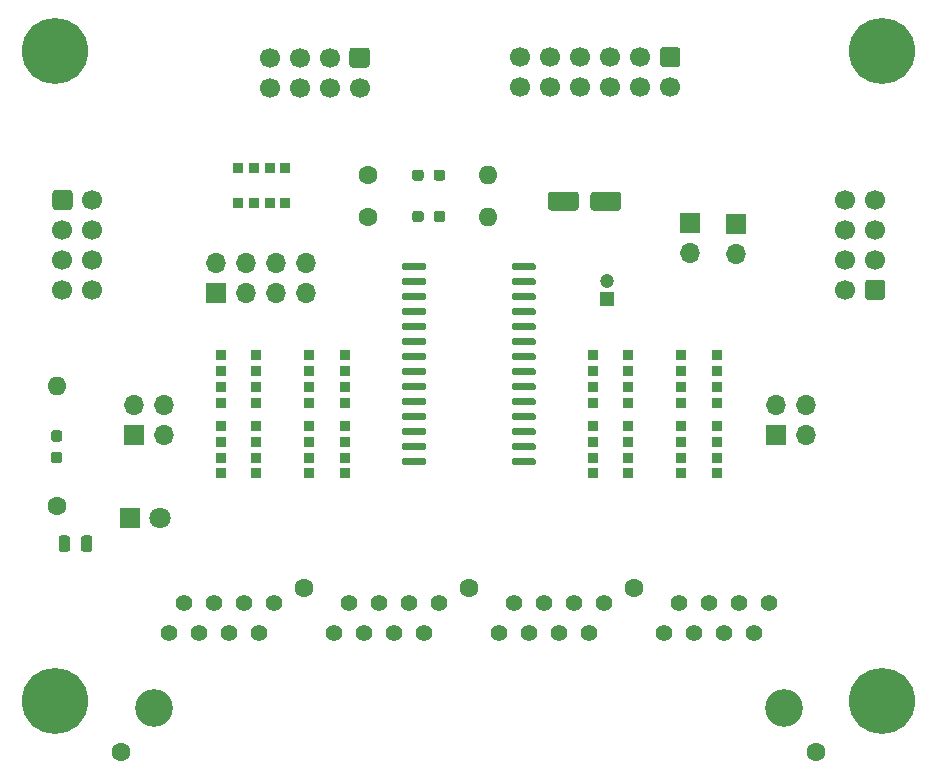
<source format=gbr>
%TF.GenerationSoftware,KiCad,Pcbnew,5.1.10*%
%TF.CreationDate,2021-11-19T19:09:23+01:00*%
%TF.ProjectId,SWITCH_INPUT_BOARD,53574954-4348-45f4-994e-5055545f424f,rev?*%
%TF.SameCoordinates,Original*%
%TF.FileFunction,Soldermask,Top*%
%TF.FilePolarity,Negative*%
%FSLAX46Y46*%
G04 Gerber Fmt 4.6, Leading zero omitted, Abs format (unit mm)*
G04 Created by KiCad (PCBNEW 5.1.10) date 2021-11-19 19:09:23*
%MOMM*%
%LPD*%
G01*
G04 APERTURE LIST*
%ADD10C,1.600200*%
%ADD11C,3.200400*%
%ADD12C,1.397000*%
%ADD13O,1.700000X1.700000*%
%ADD14R,1.700000X1.700000*%
%ADD15C,1.800000*%
%ADD16R,1.800000X1.800000*%
%ADD17R,1.200000X1.200000*%
%ADD18C,1.200000*%
%ADD19C,5.600000*%
%ADD20C,1.700000*%
%ADD21O,1.600000X1.600000*%
%ADD22C,1.600000*%
%ADD23R,0.900000X0.900000*%
G04 APERTURE END LIST*
D10*
%TO.C,J1*%
X162438600Y-124333000D03*
X103561400Y-124333000D03*
D11*
X159670000Y-120650000D03*
X106330000Y-120650000D03*
D10*
X146970000Y-110490000D03*
X133000000Y-110490000D03*
X119030000Y-110490000D03*
D12*
X158400000Y-111760000D03*
X157130000Y-114300000D03*
X155860000Y-111760000D03*
X154590000Y-114300000D03*
X153320000Y-111760000D03*
X152050000Y-114300000D03*
X150780000Y-111760000D03*
X149510000Y-114300000D03*
X144430000Y-111760000D03*
X143160000Y-114300000D03*
X141890000Y-111760000D03*
X140620000Y-114300000D03*
X139350000Y-111760000D03*
X138080000Y-114300000D03*
X136810000Y-111760000D03*
X135540000Y-114300000D03*
X130460000Y-111760000D03*
X129190000Y-114300000D03*
X127920000Y-111760000D03*
X126650000Y-114300000D03*
X125380000Y-111760000D03*
X124110000Y-114300000D03*
X122840000Y-111760000D03*
X121570000Y-114300000D03*
X116490000Y-111760000D03*
X115220000Y-114300000D03*
X113950000Y-111760000D03*
X112680000Y-114300000D03*
X111410000Y-111760000D03*
X110140000Y-114300000D03*
X108870000Y-111760000D03*
X107600000Y-114300000D03*
%TD*%
D13*
%TO.C,JP1*%
X119250000Y-82970000D03*
X119250000Y-85510000D03*
X116710000Y-82970000D03*
X116710000Y-85510000D03*
X114170000Y-82970000D03*
X114170000Y-85510000D03*
X111630000Y-82970000D03*
D14*
X111630000Y-85510000D03*
%TD*%
D13*
%TO.C,JP3*%
X161540000Y-94960000D03*
X161540000Y-97500000D03*
X159000000Y-94960000D03*
D14*
X159000000Y-97500000D03*
%TD*%
D13*
%TO.C,JP2*%
X107190000Y-94960000D03*
X107190000Y-97500000D03*
X104650000Y-94960000D03*
D14*
X104650000Y-97500000D03*
%TD*%
%TO.C,REF\u002A\u002A*%
G36*
G01*
X128200000Y-79237500D02*
X128200000Y-78762500D01*
G75*
G02*
X128437500Y-78525000I237500J0D01*
G01*
X128937500Y-78525000D01*
G75*
G02*
X129175000Y-78762500I0J-237500D01*
G01*
X129175000Y-79237500D01*
G75*
G02*
X128937500Y-79475000I-237500J0D01*
G01*
X128437500Y-79475000D01*
G75*
G02*
X128200000Y-79237500I0J237500D01*
G01*
G37*
G36*
G01*
X130025000Y-79237500D02*
X130025000Y-78762500D01*
G75*
G02*
X130262500Y-78525000I237500J0D01*
G01*
X130762500Y-78525000D01*
G75*
G02*
X131000000Y-78762500I0J-237500D01*
G01*
X131000000Y-79237500D01*
G75*
G02*
X130762500Y-79475000I-237500J0D01*
G01*
X130262500Y-79475000D01*
G75*
G02*
X130025000Y-79237500I0J237500D01*
G01*
G37*
%TD*%
%TO.C,REF\u002A\u002A*%
G36*
G01*
X128200000Y-75737500D02*
X128200000Y-75262500D01*
G75*
G02*
X128437500Y-75025000I237500J0D01*
G01*
X128937500Y-75025000D01*
G75*
G02*
X129175000Y-75262500I0J-237500D01*
G01*
X129175000Y-75737500D01*
G75*
G02*
X128937500Y-75975000I-237500J0D01*
G01*
X128437500Y-75975000D01*
G75*
G02*
X128200000Y-75737500I0J237500D01*
G01*
G37*
G36*
G01*
X130025000Y-75737500D02*
X130025000Y-75262500D01*
G75*
G02*
X130262500Y-75025000I237500J0D01*
G01*
X130762500Y-75025000D01*
G75*
G02*
X131000000Y-75262500I0J-237500D01*
G01*
X131000000Y-75737500D01*
G75*
G02*
X130762500Y-75975000I-237500J0D01*
G01*
X130262500Y-75975000D01*
G75*
G02*
X130025000Y-75737500I0J237500D01*
G01*
G37*
%TD*%
%TO.C,C1\u002A*%
G36*
G01*
X143300000Y-78250400D02*
X143300000Y-77149600D01*
G75*
G02*
X143549600Y-76900000I249600J0D01*
G01*
X145650400Y-76900000D01*
G75*
G02*
X145900000Y-77149600I0J-249600D01*
G01*
X145900000Y-78250400D01*
G75*
G02*
X145650400Y-78500000I-249600J0D01*
G01*
X143549600Y-78500000D01*
G75*
G02*
X143300000Y-78250400I0J249600D01*
G01*
G37*
G36*
G01*
X139700000Y-78250400D02*
X139700000Y-77149600D01*
G75*
G02*
X139949600Y-76900000I249600J0D01*
G01*
X142050400Y-76900000D01*
G75*
G02*
X142300000Y-77149600I0J-249600D01*
G01*
X142300000Y-78250400D01*
G75*
G02*
X142050400Y-78500000I-249600J0D01*
G01*
X139949600Y-78500000D01*
G75*
G02*
X139700000Y-78250400I0J249600D01*
G01*
G37*
%TD*%
D15*
%TO.C,D1\u002A*%
X106840000Y-104500000D03*
D16*
X104300000Y-104500000D03*
%TD*%
%TO.C,REF\u002A\u002A*%
G36*
G01*
X98337500Y-98075000D02*
X97862500Y-98075000D01*
G75*
G02*
X97625000Y-97837500I0J237500D01*
G01*
X97625000Y-97337500D01*
G75*
G02*
X97862500Y-97100000I237500J0D01*
G01*
X98337500Y-97100000D01*
G75*
G02*
X98575000Y-97337500I0J-237500D01*
G01*
X98575000Y-97837500D01*
G75*
G02*
X98337500Y-98075000I-237500J0D01*
G01*
G37*
G36*
G01*
X98337500Y-99900000D02*
X97862500Y-99900000D01*
G75*
G02*
X97625000Y-99662500I0J237500D01*
G01*
X97625000Y-99162500D01*
G75*
G02*
X97862500Y-98925000I237500J0D01*
G01*
X98337500Y-98925000D01*
G75*
G02*
X98575000Y-99162500I0J-237500D01*
G01*
X98575000Y-99662500D01*
G75*
G02*
X98337500Y-99900000I-237500J0D01*
G01*
G37*
%TD*%
%TO.C,D1*%
G36*
G01*
X100150000Y-107156250D02*
X100150000Y-106243750D01*
G75*
G02*
X100393750Y-106000000I243750J0D01*
G01*
X100881250Y-106000000D01*
G75*
G02*
X101125000Y-106243750I0J-243750D01*
G01*
X101125000Y-107156250D01*
G75*
G02*
X100881250Y-107400000I-243750J0D01*
G01*
X100393750Y-107400000D01*
G75*
G02*
X100150000Y-107156250I0J243750D01*
G01*
G37*
G36*
G01*
X98275000Y-107156250D02*
X98275000Y-106243750D01*
G75*
G02*
X98518750Y-106000000I243750J0D01*
G01*
X99006250Y-106000000D01*
G75*
G02*
X99250000Y-106243750I0J-243750D01*
G01*
X99250000Y-107156250D01*
G75*
G02*
X99006250Y-107400000I-243750J0D01*
G01*
X98518750Y-107400000D01*
G75*
G02*
X98275000Y-107156250I0J243750D01*
G01*
G37*
%TD*%
D17*
%TO.C,C1*%
X144700000Y-86000000D03*
D18*
X144700000Y-84500000D03*
%TD*%
D19*
%TO.C,REF\u002A\u002A*%
X168000000Y-65000000D03*
%TD*%
%TO.C,REF\u002A\u002A*%
X98000000Y-65000000D03*
%TD*%
%TO.C,REF\u002A\u002A*%
X98000000Y-120000000D03*
%TD*%
%TO.C,REF\u002A\u002A*%
X168000000Y-120000000D03*
%TD*%
D20*
%TO.C,J2*%
X116130000Y-68090000D03*
X118670000Y-68090000D03*
X121210000Y-68090000D03*
X123750000Y-68090000D03*
X116130000Y-65550000D03*
X118670000Y-65550000D03*
X121210000Y-65550000D03*
G36*
G01*
X123150000Y-64700000D02*
X124350000Y-64700000D01*
G75*
G02*
X124600000Y-64950000I0J-250000D01*
G01*
X124600000Y-66150000D01*
G75*
G02*
X124350000Y-66400000I-250000J0D01*
G01*
X123150000Y-66400000D01*
G75*
G02*
X122900000Y-66150000I0J250000D01*
G01*
X122900000Y-64950000D01*
G75*
G02*
X123150000Y-64700000I250000J0D01*
G01*
G37*
%TD*%
%TO.C,J3*%
G36*
G01*
X97750000Y-78200000D02*
X97750000Y-77000000D01*
G75*
G02*
X98000000Y-76750000I250000J0D01*
G01*
X99200000Y-76750000D01*
G75*
G02*
X99450000Y-77000000I0J-250000D01*
G01*
X99450000Y-78200000D01*
G75*
G02*
X99200000Y-78450000I-250000J0D01*
G01*
X98000000Y-78450000D01*
G75*
G02*
X97750000Y-78200000I0J250000D01*
G01*
G37*
X98600000Y-80140000D03*
X98600000Y-82680000D03*
X98600000Y-85220000D03*
X101140000Y-77600000D03*
X101140000Y-80140000D03*
X101140000Y-82680000D03*
X101140000Y-85220000D03*
%TD*%
%TO.C,J4*%
X164860000Y-77580000D03*
X164860000Y-80120000D03*
X164860000Y-82660000D03*
X164860000Y-85200000D03*
X167400000Y-77580000D03*
X167400000Y-80120000D03*
X167400000Y-82660000D03*
G36*
G01*
X168250000Y-84600000D02*
X168250000Y-85800000D01*
G75*
G02*
X168000000Y-86050000I-250000J0D01*
G01*
X166800000Y-86050000D01*
G75*
G02*
X166550000Y-85800000I0J250000D01*
G01*
X166550000Y-84600000D01*
G75*
G02*
X166800000Y-84350000I250000J0D01*
G01*
X168000000Y-84350000D01*
G75*
G02*
X168250000Y-84600000I0J-250000D01*
G01*
G37*
%TD*%
%TO.C,J5*%
X137350000Y-68040000D03*
X139890000Y-68040000D03*
X142430000Y-68040000D03*
X144970000Y-68040000D03*
X147510000Y-68040000D03*
X150050000Y-68040000D03*
X137350000Y-65500000D03*
X139890000Y-65500000D03*
X142430000Y-65500000D03*
X144970000Y-65500000D03*
X147510000Y-65500000D03*
G36*
G01*
X149450000Y-64650000D02*
X150650000Y-64650000D01*
G75*
G02*
X150900000Y-64900000I0J-250000D01*
G01*
X150900000Y-66100000D01*
G75*
G02*
X150650000Y-66350000I-250000J0D01*
G01*
X149450000Y-66350000D01*
G75*
G02*
X149200000Y-66100000I0J250000D01*
G01*
X149200000Y-64900000D01*
G75*
G02*
X149450000Y-64650000I250000J0D01*
G01*
G37*
%TD*%
D14*
%TO.C,JP4*%
X155635001Y-79605001D03*
D13*
X155635001Y-82145001D03*
%TD*%
D14*
%TO.C,JP5*%
X151700000Y-79550000D03*
D13*
X151700000Y-82090000D03*
%TD*%
D21*
%TO.C,R1*%
X134660000Y-75500000D03*
D22*
X124500000Y-75500000D03*
%TD*%
%TO.C,R2*%
X124500000Y-79000000D03*
D21*
X134660000Y-79000000D03*
%TD*%
%TO.C,R3*%
X98150000Y-93340000D03*
D22*
X98150000Y-103500000D03*
%TD*%
D23*
%TO.C,RN1*%
X119500000Y-90750000D03*
X119500000Y-94750000D03*
X119500000Y-92090000D03*
X119500000Y-93410000D03*
X122500000Y-92090000D03*
X122500000Y-90750000D03*
X122500000Y-94750000D03*
X122500000Y-93410000D03*
%TD*%
%TO.C,RN2*%
X119500000Y-96750000D03*
X119500000Y-100750000D03*
X119500000Y-98090000D03*
X119500000Y-99410000D03*
X122500000Y-98090000D03*
X122500000Y-96750000D03*
X122500000Y-100750000D03*
X122500000Y-99410000D03*
%TD*%
%TO.C,RN3*%
X143500000Y-98090000D03*
X143500000Y-96750000D03*
X143500000Y-100750000D03*
X143500000Y-99410000D03*
X146500000Y-98090000D03*
X146500000Y-99410000D03*
X146500000Y-96750000D03*
X146500000Y-100750000D03*
%TD*%
%TO.C,RN4*%
X146500000Y-94750000D03*
X146500000Y-90750000D03*
X146500000Y-93410000D03*
X146500000Y-92090000D03*
X143500000Y-93410000D03*
X143500000Y-94750000D03*
X143500000Y-90750000D03*
X143500000Y-92090000D03*
%TD*%
%TO.C,RN5*%
X115000000Y-94750000D03*
X115000000Y-90750000D03*
X115000000Y-93410000D03*
X115000000Y-92090000D03*
X112000000Y-93410000D03*
X112000000Y-94750000D03*
X112000000Y-90750000D03*
X112000000Y-92090000D03*
%TD*%
%TO.C,RN6*%
X112000000Y-98090000D03*
X112000000Y-96750000D03*
X112000000Y-100750000D03*
X112000000Y-99410000D03*
X115000000Y-98090000D03*
X115000000Y-99410000D03*
X115000000Y-96750000D03*
X115000000Y-100750000D03*
%TD*%
%TO.C,RN7*%
X151000000Y-96750000D03*
X151000000Y-100750000D03*
X151000000Y-98090000D03*
X151000000Y-99410000D03*
X154000000Y-98090000D03*
X154000000Y-96750000D03*
X154000000Y-100750000D03*
X154000000Y-99410000D03*
%TD*%
%TO.C,RN8*%
X154000000Y-93410000D03*
X154000000Y-94750000D03*
X154000000Y-90750000D03*
X154000000Y-92090000D03*
X151000000Y-93410000D03*
X151000000Y-92090000D03*
X151000000Y-94750000D03*
X151000000Y-90750000D03*
%TD*%
%TO.C,RN9*%
X116140000Y-74880000D03*
X117480000Y-74880000D03*
X113480000Y-74880000D03*
X114820000Y-74880000D03*
X116140000Y-77880000D03*
X114820000Y-77880000D03*
X117480000Y-77880000D03*
X113480000Y-77880000D03*
%TD*%
%TO.C,U1*%
G36*
G01*
X138675000Y-99605000D02*
X138675000Y-99905000D01*
G75*
G02*
X138525000Y-100055000I-150000J0D01*
G01*
X136775000Y-100055000D01*
G75*
G02*
X136625000Y-99905000I0J150000D01*
G01*
X136625000Y-99605000D01*
G75*
G02*
X136775000Y-99455000I150000J0D01*
G01*
X138525000Y-99455000D01*
G75*
G02*
X138675000Y-99605000I0J-150000D01*
G01*
G37*
G36*
G01*
X138675000Y-98335000D02*
X138675000Y-98635000D01*
G75*
G02*
X138525000Y-98785000I-150000J0D01*
G01*
X136775000Y-98785000D01*
G75*
G02*
X136625000Y-98635000I0J150000D01*
G01*
X136625000Y-98335000D01*
G75*
G02*
X136775000Y-98185000I150000J0D01*
G01*
X138525000Y-98185000D01*
G75*
G02*
X138675000Y-98335000I0J-150000D01*
G01*
G37*
G36*
G01*
X138675000Y-97065000D02*
X138675000Y-97365000D01*
G75*
G02*
X138525000Y-97515000I-150000J0D01*
G01*
X136775000Y-97515000D01*
G75*
G02*
X136625000Y-97365000I0J150000D01*
G01*
X136625000Y-97065000D01*
G75*
G02*
X136775000Y-96915000I150000J0D01*
G01*
X138525000Y-96915000D01*
G75*
G02*
X138675000Y-97065000I0J-150000D01*
G01*
G37*
G36*
G01*
X138675000Y-95795000D02*
X138675000Y-96095000D01*
G75*
G02*
X138525000Y-96245000I-150000J0D01*
G01*
X136775000Y-96245000D01*
G75*
G02*
X136625000Y-96095000I0J150000D01*
G01*
X136625000Y-95795000D01*
G75*
G02*
X136775000Y-95645000I150000J0D01*
G01*
X138525000Y-95645000D01*
G75*
G02*
X138675000Y-95795000I0J-150000D01*
G01*
G37*
G36*
G01*
X138675000Y-94525000D02*
X138675000Y-94825000D01*
G75*
G02*
X138525000Y-94975000I-150000J0D01*
G01*
X136775000Y-94975000D01*
G75*
G02*
X136625000Y-94825000I0J150000D01*
G01*
X136625000Y-94525000D01*
G75*
G02*
X136775000Y-94375000I150000J0D01*
G01*
X138525000Y-94375000D01*
G75*
G02*
X138675000Y-94525000I0J-150000D01*
G01*
G37*
G36*
G01*
X138675000Y-93255000D02*
X138675000Y-93555000D01*
G75*
G02*
X138525000Y-93705000I-150000J0D01*
G01*
X136775000Y-93705000D01*
G75*
G02*
X136625000Y-93555000I0J150000D01*
G01*
X136625000Y-93255000D01*
G75*
G02*
X136775000Y-93105000I150000J0D01*
G01*
X138525000Y-93105000D01*
G75*
G02*
X138675000Y-93255000I0J-150000D01*
G01*
G37*
G36*
G01*
X138675000Y-91985000D02*
X138675000Y-92285000D01*
G75*
G02*
X138525000Y-92435000I-150000J0D01*
G01*
X136775000Y-92435000D01*
G75*
G02*
X136625000Y-92285000I0J150000D01*
G01*
X136625000Y-91985000D01*
G75*
G02*
X136775000Y-91835000I150000J0D01*
G01*
X138525000Y-91835000D01*
G75*
G02*
X138675000Y-91985000I0J-150000D01*
G01*
G37*
G36*
G01*
X138675000Y-90715000D02*
X138675000Y-91015000D01*
G75*
G02*
X138525000Y-91165000I-150000J0D01*
G01*
X136775000Y-91165000D01*
G75*
G02*
X136625000Y-91015000I0J150000D01*
G01*
X136625000Y-90715000D01*
G75*
G02*
X136775000Y-90565000I150000J0D01*
G01*
X138525000Y-90565000D01*
G75*
G02*
X138675000Y-90715000I0J-150000D01*
G01*
G37*
G36*
G01*
X138675000Y-89445000D02*
X138675000Y-89745000D01*
G75*
G02*
X138525000Y-89895000I-150000J0D01*
G01*
X136775000Y-89895000D01*
G75*
G02*
X136625000Y-89745000I0J150000D01*
G01*
X136625000Y-89445000D01*
G75*
G02*
X136775000Y-89295000I150000J0D01*
G01*
X138525000Y-89295000D01*
G75*
G02*
X138675000Y-89445000I0J-150000D01*
G01*
G37*
G36*
G01*
X138675000Y-88175000D02*
X138675000Y-88475000D01*
G75*
G02*
X138525000Y-88625000I-150000J0D01*
G01*
X136775000Y-88625000D01*
G75*
G02*
X136625000Y-88475000I0J150000D01*
G01*
X136625000Y-88175000D01*
G75*
G02*
X136775000Y-88025000I150000J0D01*
G01*
X138525000Y-88025000D01*
G75*
G02*
X138675000Y-88175000I0J-150000D01*
G01*
G37*
G36*
G01*
X138675000Y-86905000D02*
X138675000Y-87205000D01*
G75*
G02*
X138525000Y-87355000I-150000J0D01*
G01*
X136775000Y-87355000D01*
G75*
G02*
X136625000Y-87205000I0J150000D01*
G01*
X136625000Y-86905000D01*
G75*
G02*
X136775000Y-86755000I150000J0D01*
G01*
X138525000Y-86755000D01*
G75*
G02*
X138675000Y-86905000I0J-150000D01*
G01*
G37*
G36*
G01*
X138675000Y-85635000D02*
X138675000Y-85935000D01*
G75*
G02*
X138525000Y-86085000I-150000J0D01*
G01*
X136775000Y-86085000D01*
G75*
G02*
X136625000Y-85935000I0J150000D01*
G01*
X136625000Y-85635000D01*
G75*
G02*
X136775000Y-85485000I150000J0D01*
G01*
X138525000Y-85485000D01*
G75*
G02*
X138675000Y-85635000I0J-150000D01*
G01*
G37*
G36*
G01*
X138675000Y-84365000D02*
X138675000Y-84665000D01*
G75*
G02*
X138525000Y-84815000I-150000J0D01*
G01*
X136775000Y-84815000D01*
G75*
G02*
X136625000Y-84665000I0J150000D01*
G01*
X136625000Y-84365000D01*
G75*
G02*
X136775000Y-84215000I150000J0D01*
G01*
X138525000Y-84215000D01*
G75*
G02*
X138675000Y-84365000I0J-150000D01*
G01*
G37*
G36*
G01*
X138675000Y-83095000D02*
X138675000Y-83395000D01*
G75*
G02*
X138525000Y-83545000I-150000J0D01*
G01*
X136775000Y-83545000D01*
G75*
G02*
X136625000Y-83395000I0J150000D01*
G01*
X136625000Y-83095000D01*
G75*
G02*
X136775000Y-82945000I150000J0D01*
G01*
X138525000Y-82945000D01*
G75*
G02*
X138675000Y-83095000I0J-150000D01*
G01*
G37*
G36*
G01*
X129375000Y-83095000D02*
X129375000Y-83395000D01*
G75*
G02*
X129225000Y-83545000I-150000J0D01*
G01*
X127475000Y-83545000D01*
G75*
G02*
X127325000Y-83395000I0J150000D01*
G01*
X127325000Y-83095000D01*
G75*
G02*
X127475000Y-82945000I150000J0D01*
G01*
X129225000Y-82945000D01*
G75*
G02*
X129375000Y-83095000I0J-150000D01*
G01*
G37*
G36*
G01*
X129375000Y-84365000D02*
X129375000Y-84665000D01*
G75*
G02*
X129225000Y-84815000I-150000J0D01*
G01*
X127475000Y-84815000D01*
G75*
G02*
X127325000Y-84665000I0J150000D01*
G01*
X127325000Y-84365000D01*
G75*
G02*
X127475000Y-84215000I150000J0D01*
G01*
X129225000Y-84215000D01*
G75*
G02*
X129375000Y-84365000I0J-150000D01*
G01*
G37*
G36*
G01*
X129375000Y-85635000D02*
X129375000Y-85935000D01*
G75*
G02*
X129225000Y-86085000I-150000J0D01*
G01*
X127475000Y-86085000D01*
G75*
G02*
X127325000Y-85935000I0J150000D01*
G01*
X127325000Y-85635000D01*
G75*
G02*
X127475000Y-85485000I150000J0D01*
G01*
X129225000Y-85485000D01*
G75*
G02*
X129375000Y-85635000I0J-150000D01*
G01*
G37*
G36*
G01*
X129375000Y-86905000D02*
X129375000Y-87205000D01*
G75*
G02*
X129225000Y-87355000I-150000J0D01*
G01*
X127475000Y-87355000D01*
G75*
G02*
X127325000Y-87205000I0J150000D01*
G01*
X127325000Y-86905000D01*
G75*
G02*
X127475000Y-86755000I150000J0D01*
G01*
X129225000Y-86755000D01*
G75*
G02*
X129375000Y-86905000I0J-150000D01*
G01*
G37*
G36*
G01*
X129375000Y-88175000D02*
X129375000Y-88475000D01*
G75*
G02*
X129225000Y-88625000I-150000J0D01*
G01*
X127475000Y-88625000D01*
G75*
G02*
X127325000Y-88475000I0J150000D01*
G01*
X127325000Y-88175000D01*
G75*
G02*
X127475000Y-88025000I150000J0D01*
G01*
X129225000Y-88025000D01*
G75*
G02*
X129375000Y-88175000I0J-150000D01*
G01*
G37*
G36*
G01*
X129375000Y-89445000D02*
X129375000Y-89745000D01*
G75*
G02*
X129225000Y-89895000I-150000J0D01*
G01*
X127475000Y-89895000D01*
G75*
G02*
X127325000Y-89745000I0J150000D01*
G01*
X127325000Y-89445000D01*
G75*
G02*
X127475000Y-89295000I150000J0D01*
G01*
X129225000Y-89295000D01*
G75*
G02*
X129375000Y-89445000I0J-150000D01*
G01*
G37*
G36*
G01*
X129375000Y-90715000D02*
X129375000Y-91015000D01*
G75*
G02*
X129225000Y-91165000I-150000J0D01*
G01*
X127475000Y-91165000D01*
G75*
G02*
X127325000Y-91015000I0J150000D01*
G01*
X127325000Y-90715000D01*
G75*
G02*
X127475000Y-90565000I150000J0D01*
G01*
X129225000Y-90565000D01*
G75*
G02*
X129375000Y-90715000I0J-150000D01*
G01*
G37*
G36*
G01*
X129375000Y-91985000D02*
X129375000Y-92285000D01*
G75*
G02*
X129225000Y-92435000I-150000J0D01*
G01*
X127475000Y-92435000D01*
G75*
G02*
X127325000Y-92285000I0J150000D01*
G01*
X127325000Y-91985000D01*
G75*
G02*
X127475000Y-91835000I150000J0D01*
G01*
X129225000Y-91835000D01*
G75*
G02*
X129375000Y-91985000I0J-150000D01*
G01*
G37*
G36*
G01*
X129375000Y-93255000D02*
X129375000Y-93555000D01*
G75*
G02*
X129225000Y-93705000I-150000J0D01*
G01*
X127475000Y-93705000D01*
G75*
G02*
X127325000Y-93555000I0J150000D01*
G01*
X127325000Y-93255000D01*
G75*
G02*
X127475000Y-93105000I150000J0D01*
G01*
X129225000Y-93105000D01*
G75*
G02*
X129375000Y-93255000I0J-150000D01*
G01*
G37*
G36*
G01*
X129375000Y-94525000D02*
X129375000Y-94825000D01*
G75*
G02*
X129225000Y-94975000I-150000J0D01*
G01*
X127475000Y-94975000D01*
G75*
G02*
X127325000Y-94825000I0J150000D01*
G01*
X127325000Y-94525000D01*
G75*
G02*
X127475000Y-94375000I150000J0D01*
G01*
X129225000Y-94375000D01*
G75*
G02*
X129375000Y-94525000I0J-150000D01*
G01*
G37*
G36*
G01*
X129375000Y-95795000D02*
X129375000Y-96095000D01*
G75*
G02*
X129225000Y-96245000I-150000J0D01*
G01*
X127475000Y-96245000D01*
G75*
G02*
X127325000Y-96095000I0J150000D01*
G01*
X127325000Y-95795000D01*
G75*
G02*
X127475000Y-95645000I150000J0D01*
G01*
X129225000Y-95645000D01*
G75*
G02*
X129375000Y-95795000I0J-150000D01*
G01*
G37*
G36*
G01*
X129375000Y-97065000D02*
X129375000Y-97365000D01*
G75*
G02*
X129225000Y-97515000I-150000J0D01*
G01*
X127475000Y-97515000D01*
G75*
G02*
X127325000Y-97365000I0J150000D01*
G01*
X127325000Y-97065000D01*
G75*
G02*
X127475000Y-96915000I150000J0D01*
G01*
X129225000Y-96915000D01*
G75*
G02*
X129375000Y-97065000I0J-150000D01*
G01*
G37*
G36*
G01*
X129375000Y-98335000D02*
X129375000Y-98635000D01*
G75*
G02*
X129225000Y-98785000I-150000J0D01*
G01*
X127475000Y-98785000D01*
G75*
G02*
X127325000Y-98635000I0J150000D01*
G01*
X127325000Y-98335000D01*
G75*
G02*
X127475000Y-98185000I150000J0D01*
G01*
X129225000Y-98185000D01*
G75*
G02*
X129375000Y-98335000I0J-150000D01*
G01*
G37*
G36*
G01*
X129375000Y-99605000D02*
X129375000Y-99905000D01*
G75*
G02*
X129225000Y-100055000I-150000J0D01*
G01*
X127475000Y-100055000D01*
G75*
G02*
X127325000Y-99905000I0J150000D01*
G01*
X127325000Y-99605000D01*
G75*
G02*
X127475000Y-99455000I150000J0D01*
G01*
X129225000Y-99455000D01*
G75*
G02*
X129375000Y-99605000I0J-150000D01*
G01*
G37*
%TD*%
M02*

</source>
